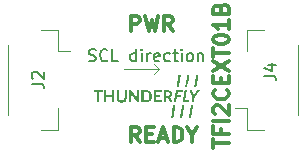
<source format=gbr>
%TF.GenerationSoftware,KiCad,Pcbnew,7.0.7-7.0.7~ubuntu23.04.1*%
%TF.CreationDate,2023-09-27T16:14:13+00:00*%
%TF.ProjectId,TFI2CEXT01,54464932-4345-4585-9430-312e6b696361,REV*%
%TF.SameCoordinates,PX78dfd90PY8290510*%
%TF.FileFunction,Legend,Top*%
%TF.FilePolarity,Positive*%
%FSLAX46Y46*%
G04 Gerber Fmt 4.6, Leading zero omitted, Abs format (unit mm)*
G04 Created by KiCad (PCBNEW 7.0.7-7.0.7~ubuntu23.04.1) date 2023-09-27 16:14:13*
%MOMM*%
%LPD*%
G01*
G04 APERTURE LIST*
%ADD10C,0.120000*%
%ADD11C,0.300000*%
%ADD12C,0.150000*%
G04 APERTURE END LIST*
D10*
X-113690400Y145275300D02*
X-114122200Y144843500D01*
X-113690400Y145288000D02*
X-114122200Y145719800D01*
X-116687600Y145288000D02*
X-113690400Y145288000D01*
D11*
X-116079109Y148512195D02*
X-116079109Y149812195D01*
X-116079109Y149812195D02*
X-115583871Y149812195D01*
X-115583871Y149812195D02*
X-115460061Y149750290D01*
X-115460061Y149750290D02*
X-115398156Y149688385D01*
X-115398156Y149688385D02*
X-115336252Y149564576D01*
X-115336252Y149564576D02*
X-115336252Y149378861D01*
X-115336252Y149378861D02*
X-115398156Y149255052D01*
X-115398156Y149255052D02*
X-115460061Y149193147D01*
X-115460061Y149193147D02*
X-115583871Y149131242D01*
X-115583871Y149131242D02*
X-116079109Y149131242D01*
X-114902918Y149812195D02*
X-114593394Y148512195D01*
X-114593394Y148512195D02*
X-114345775Y149440766D01*
X-114345775Y149440766D02*
X-114098156Y148512195D01*
X-114098156Y148512195D02*
X-113788632Y149812195D01*
X-112550538Y148512195D02*
X-112983871Y149131242D01*
X-113293395Y148512195D02*
X-113293395Y149812195D01*
X-113293395Y149812195D02*
X-112798157Y149812195D01*
X-112798157Y149812195D02*
X-112674347Y149750290D01*
X-112674347Y149750290D02*
X-112612442Y149688385D01*
X-112612442Y149688385D02*
X-112550538Y149564576D01*
X-112550538Y149564576D02*
X-112550538Y149378861D01*
X-112550538Y149378861D02*
X-112612442Y149255052D01*
X-112612442Y149255052D02*
X-112674347Y149193147D01*
X-112674347Y149193147D02*
X-112798157Y149131242D01*
X-112798157Y149131242D02*
X-113293395Y149131242D01*
X-115336252Y139114195D02*
X-115769585Y139733242D01*
X-116079109Y139114195D02*
X-116079109Y140414195D01*
X-116079109Y140414195D02*
X-115583871Y140414195D01*
X-115583871Y140414195D02*
X-115460061Y140352290D01*
X-115460061Y140352290D02*
X-115398156Y140290385D01*
X-115398156Y140290385D02*
X-115336252Y140166576D01*
X-115336252Y140166576D02*
X-115336252Y139980861D01*
X-115336252Y139980861D02*
X-115398156Y139857052D01*
X-115398156Y139857052D02*
X-115460061Y139795147D01*
X-115460061Y139795147D02*
X-115583871Y139733242D01*
X-115583871Y139733242D02*
X-116079109Y139733242D01*
X-114779109Y139795147D02*
X-114345775Y139795147D01*
X-114160061Y139114195D02*
X-114779109Y139114195D01*
X-114779109Y139114195D02*
X-114779109Y140414195D01*
X-114779109Y140414195D02*
X-114160061Y140414195D01*
X-113664823Y139485623D02*
X-113045776Y139485623D01*
X-113788633Y139114195D02*
X-113355300Y140414195D01*
X-113355300Y140414195D02*
X-112921966Y139114195D01*
X-112488633Y139114195D02*
X-112488633Y140414195D01*
X-112488633Y140414195D02*
X-112179109Y140414195D01*
X-112179109Y140414195D02*
X-111993395Y140352290D01*
X-111993395Y140352290D02*
X-111869585Y140228480D01*
X-111869585Y140228480D02*
X-111807680Y140104671D01*
X-111807680Y140104671D02*
X-111745776Y139857052D01*
X-111745776Y139857052D02*
X-111745776Y139671338D01*
X-111745776Y139671338D02*
X-111807680Y139423719D01*
X-111807680Y139423719D02*
X-111869585Y139299909D01*
X-111869585Y139299909D02*
X-111993395Y139176100D01*
X-111993395Y139176100D02*
X-112179109Y139114195D01*
X-112179109Y139114195D02*
X-112488633Y139114195D01*
X-110941014Y139733242D02*
X-110941014Y139114195D01*
X-111374347Y140414195D02*
X-110941014Y139733242D01*
X-110941014Y139733242D02*
X-110507680Y140414195D01*
D12*
X-119665143Y146023800D02*
X-119522286Y145976180D01*
X-119522286Y145976180D02*
X-119284191Y145976180D01*
X-119284191Y145976180D02*
X-119188953Y146023800D01*
X-119188953Y146023800D02*
X-119141334Y146071419D01*
X-119141334Y146071419D02*
X-119093715Y146166657D01*
X-119093715Y146166657D02*
X-119093715Y146261895D01*
X-119093715Y146261895D02*
X-119141334Y146357133D01*
X-119141334Y146357133D02*
X-119188953Y146404752D01*
X-119188953Y146404752D02*
X-119284191Y146452371D01*
X-119284191Y146452371D02*
X-119474667Y146499990D01*
X-119474667Y146499990D02*
X-119569905Y146547609D01*
X-119569905Y146547609D02*
X-119617524Y146595228D01*
X-119617524Y146595228D02*
X-119665143Y146690466D01*
X-119665143Y146690466D02*
X-119665143Y146785704D01*
X-119665143Y146785704D02*
X-119617524Y146880942D01*
X-119617524Y146880942D02*
X-119569905Y146928561D01*
X-119569905Y146928561D02*
X-119474667Y146976180D01*
X-119474667Y146976180D02*
X-119236572Y146976180D01*
X-119236572Y146976180D02*
X-119093715Y146928561D01*
X-118093715Y146071419D02*
X-118141334Y146023800D01*
X-118141334Y146023800D02*
X-118284191Y145976180D01*
X-118284191Y145976180D02*
X-118379429Y145976180D01*
X-118379429Y145976180D02*
X-118522286Y146023800D01*
X-118522286Y146023800D02*
X-118617524Y146119038D01*
X-118617524Y146119038D02*
X-118665143Y146214276D01*
X-118665143Y146214276D02*
X-118712762Y146404752D01*
X-118712762Y146404752D02*
X-118712762Y146547609D01*
X-118712762Y146547609D02*
X-118665143Y146738085D01*
X-118665143Y146738085D02*
X-118617524Y146833323D01*
X-118617524Y146833323D02*
X-118522286Y146928561D01*
X-118522286Y146928561D02*
X-118379429Y146976180D01*
X-118379429Y146976180D02*
X-118284191Y146976180D01*
X-118284191Y146976180D02*
X-118141334Y146928561D01*
X-118141334Y146928561D02*
X-118093715Y146880942D01*
X-117188953Y145976180D02*
X-117665143Y145976180D01*
X-117665143Y145976180D02*
X-117665143Y146976180D01*
X-115665143Y145976180D02*
X-115665143Y146976180D01*
X-115665143Y146023800D02*
X-115760381Y145976180D01*
X-115760381Y145976180D02*
X-115950857Y145976180D01*
X-115950857Y145976180D02*
X-116046095Y146023800D01*
X-116046095Y146023800D02*
X-116093714Y146071419D01*
X-116093714Y146071419D02*
X-116141333Y146166657D01*
X-116141333Y146166657D02*
X-116141333Y146452371D01*
X-116141333Y146452371D02*
X-116093714Y146547609D01*
X-116093714Y146547609D02*
X-116046095Y146595228D01*
X-116046095Y146595228D02*
X-115950857Y146642847D01*
X-115950857Y146642847D02*
X-115760381Y146642847D01*
X-115760381Y146642847D02*
X-115665143Y146595228D01*
X-115188952Y145976180D02*
X-115188952Y146642847D01*
X-115188952Y146976180D02*
X-115236571Y146928561D01*
X-115236571Y146928561D02*
X-115188952Y146880942D01*
X-115188952Y146880942D02*
X-115141333Y146928561D01*
X-115141333Y146928561D02*
X-115188952Y146976180D01*
X-115188952Y146976180D02*
X-115188952Y146880942D01*
X-114712762Y145976180D02*
X-114712762Y146642847D01*
X-114712762Y146452371D02*
X-114665143Y146547609D01*
X-114665143Y146547609D02*
X-114617524Y146595228D01*
X-114617524Y146595228D02*
X-114522286Y146642847D01*
X-114522286Y146642847D02*
X-114427048Y146642847D01*
X-113712762Y146023800D02*
X-113808000Y145976180D01*
X-113808000Y145976180D02*
X-113998476Y145976180D01*
X-113998476Y145976180D02*
X-114093714Y146023800D01*
X-114093714Y146023800D02*
X-114141333Y146119038D01*
X-114141333Y146119038D02*
X-114141333Y146499990D01*
X-114141333Y146499990D02*
X-114093714Y146595228D01*
X-114093714Y146595228D02*
X-113998476Y146642847D01*
X-113998476Y146642847D02*
X-113808000Y146642847D01*
X-113808000Y146642847D02*
X-113712762Y146595228D01*
X-113712762Y146595228D02*
X-113665143Y146499990D01*
X-113665143Y146499990D02*
X-113665143Y146404752D01*
X-113665143Y146404752D02*
X-114141333Y146309514D01*
X-112808000Y146023800D02*
X-112903238Y145976180D01*
X-112903238Y145976180D02*
X-113093714Y145976180D01*
X-113093714Y145976180D02*
X-113188952Y146023800D01*
X-113188952Y146023800D02*
X-113236571Y146071419D01*
X-113236571Y146071419D02*
X-113284190Y146166657D01*
X-113284190Y146166657D02*
X-113284190Y146452371D01*
X-113284190Y146452371D02*
X-113236571Y146547609D01*
X-113236571Y146547609D02*
X-113188952Y146595228D01*
X-113188952Y146595228D02*
X-113093714Y146642847D01*
X-113093714Y146642847D02*
X-112903238Y146642847D01*
X-112903238Y146642847D02*
X-112808000Y146595228D01*
X-112522285Y146642847D02*
X-112141333Y146642847D01*
X-112379428Y146976180D02*
X-112379428Y146119038D01*
X-112379428Y146119038D02*
X-112331809Y146023800D01*
X-112331809Y146023800D02*
X-112236571Y145976180D01*
X-112236571Y145976180D02*
X-112141333Y145976180D01*
X-111807999Y145976180D02*
X-111807999Y146642847D01*
X-111807999Y146976180D02*
X-111855618Y146928561D01*
X-111855618Y146928561D02*
X-111807999Y146880942D01*
X-111807999Y146880942D02*
X-111760380Y146928561D01*
X-111760380Y146928561D02*
X-111807999Y146976180D01*
X-111807999Y146976180D02*
X-111807999Y146880942D01*
X-111188952Y145976180D02*
X-111284190Y146023800D01*
X-111284190Y146023800D02*
X-111331809Y146071419D01*
X-111331809Y146071419D02*
X-111379428Y146166657D01*
X-111379428Y146166657D02*
X-111379428Y146452371D01*
X-111379428Y146452371D02*
X-111331809Y146547609D01*
X-111331809Y146547609D02*
X-111284190Y146595228D01*
X-111284190Y146595228D02*
X-111188952Y146642847D01*
X-111188952Y146642847D02*
X-111046095Y146642847D01*
X-111046095Y146642847D02*
X-110950857Y146595228D01*
X-110950857Y146595228D02*
X-110903238Y146547609D01*
X-110903238Y146547609D02*
X-110855619Y146452371D01*
X-110855619Y146452371D02*
X-110855619Y146166657D01*
X-110855619Y146166657D02*
X-110903238Y146071419D01*
X-110903238Y146071419D02*
X-110950857Y146023800D01*
X-110950857Y146023800D02*
X-111046095Y145976180D01*
X-111046095Y145976180D02*
X-111188952Y145976180D01*
X-110427047Y146642847D02*
X-110427047Y145976180D01*
X-110427047Y146547609D02*
X-110379428Y146595228D01*
X-110379428Y146595228D02*
X-110284190Y146642847D01*
X-110284190Y146642847D02*
X-110141333Y146642847D01*
X-110141333Y146642847D02*
X-110046095Y146595228D01*
X-110046095Y146595228D02*
X-109998476Y146499990D01*
X-109998476Y146499990D02*
X-109998476Y145976180D01*
D11*
X-109121396Y138656981D02*
X-109121396Y139399838D01*
X-107821396Y139028410D02*
X-109121396Y139028410D01*
X-108502348Y140266505D02*
X-108502348Y139833171D01*
X-107821396Y139833171D02*
X-109121396Y139833171D01*
X-109121396Y139833171D02*
X-109121396Y140452219D01*
X-107821396Y140947457D02*
X-109121396Y140947457D01*
X-108997586Y141504601D02*
X-109059491Y141566505D01*
X-109059491Y141566505D02*
X-109121396Y141690315D01*
X-109121396Y141690315D02*
X-109121396Y141999839D01*
X-109121396Y141999839D02*
X-109059491Y142123648D01*
X-109059491Y142123648D02*
X-108997586Y142185553D01*
X-108997586Y142185553D02*
X-108873777Y142247458D01*
X-108873777Y142247458D02*
X-108749967Y142247458D01*
X-108749967Y142247458D02*
X-108564253Y142185553D01*
X-108564253Y142185553D02*
X-107821396Y141442696D01*
X-107821396Y141442696D02*
X-107821396Y142247458D01*
X-107945205Y143547457D02*
X-107883300Y143485553D01*
X-107883300Y143485553D02*
X-107821396Y143299838D01*
X-107821396Y143299838D02*
X-107821396Y143176029D01*
X-107821396Y143176029D02*
X-107883300Y142990315D01*
X-107883300Y142990315D02*
X-108007110Y142866505D01*
X-108007110Y142866505D02*
X-108130920Y142804600D01*
X-108130920Y142804600D02*
X-108378539Y142742696D01*
X-108378539Y142742696D02*
X-108564253Y142742696D01*
X-108564253Y142742696D02*
X-108811872Y142804600D01*
X-108811872Y142804600D02*
X-108935681Y142866505D01*
X-108935681Y142866505D02*
X-109059491Y142990315D01*
X-109059491Y142990315D02*
X-109121396Y143176029D01*
X-109121396Y143176029D02*
X-109121396Y143299838D01*
X-109121396Y143299838D02*
X-109059491Y143485553D01*
X-109059491Y143485553D02*
X-108997586Y143547457D01*
X-108502348Y144104600D02*
X-108502348Y144537934D01*
X-107821396Y144723648D02*
X-107821396Y144104600D01*
X-107821396Y144104600D02*
X-109121396Y144104600D01*
X-109121396Y144104600D02*
X-109121396Y144723648D01*
X-109121396Y145156981D02*
X-107821396Y146023647D01*
X-109121396Y146023647D02*
X-107821396Y145156981D01*
X-109121396Y146333171D02*
X-109121396Y147076028D01*
X-107821396Y146704600D02*
X-109121396Y146704600D01*
X-109121396Y147756980D02*
X-109121396Y147880790D01*
X-109121396Y147880790D02*
X-109059491Y148004599D01*
X-109059491Y148004599D02*
X-108997586Y148066504D01*
X-108997586Y148066504D02*
X-108873777Y148128409D01*
X-108873777Y148128409D02*
X-108626158Y148190314D01*
X-108626158Y148190314D02*
X-108316634Y148190314D01*
X-108316634Y148190314D02*
X-108069015Y148128409D01*
X-108069015Y148128409D02*
X-107945205Y148066504D01*
X-107945205Y148066504D02*
X-107883300Y148004599D01*
X-107883300Y148004599D02*
X-107821396Y147880790D01*
X-107821396Y147880790D02*
X-107821396Y147756980D01*
X-107821396Y147756980D02*
X-107883300Y147633171D01*
X-107883300Y147633171D02*
X-107945205Y147571266D01*
X-107945205Y147571266D02*
X-108069015Y147509361D01*
X-108069015Y147509361D02*
X-108316634Y147447457D01*
X-108316634Y147447457D02*
X-108626158Y147447457D01*
X-108626158Y147447457D02*
X-108873777Y147509361D01*
X-108873777Y147509361D02*
X-108997586Y147571266D01*
X-108997586Y147571266D02*
X-109059491Y147633171D01*
X-109059491Y147633171D02*
X-109121396Y147756980D01*
X-107821396Y149428409D02*
X-107821396Y148685552D01*
X-107821396Y149056980D02*
X-109121396Y149056980D01*
X-109121396Y149056980D02*
X-108935681Y148933171D01*
X-108935681Y148933171D02*
X-108811872Y148809361D01*
X-108811872Y148809361D02*
X-108749967Y148685552D01*
X-108502348Y150418885D02*
X-108440443Y150604599D01*
X-108440443Y150604599D02*
X-108378539Y150666504D01*
X-108378539Y150666504D02*
X-108254729Y150728408D01*
X-108254729Y150728408D02*
X-108069015Y150728408D01*
X-108069015Y150728408D02*
X-107945205Y150666504D01*
X-107945205Y150666504D02*
X-107883300Y150604599D01*
X-107883300Y150604599D02*
X-107821396Y150480789D01*
X-107821396Y150480789D02*
X-107821396Y149985551D01*
X-107821396Y149985551D02*
X-109121396Y149985551D01*
X-109121396Y149985551D02*
X-109121396Y150418885D01*
X-109121396Y150418885D02*
X-109059491Y150542694D01*
X-109059491Y150542694D02*
X-108997586Y150604599D01*
X-108997586Y150604599D02*
X-108873777Y150666504D01*
X-108873777Y150666504D02*
X-108749967Y150666504D01*
X-108749967Y150666504D02*
X-108626158Y150604599D01*
X-108626158Y150604599D02*
X-108564253Y150542694D01*
X-108564253Y150542694D02*
X-108502348Y150418885D01*
X-108502348Y150418885D02*
X-108502348Y149985551D01*
D12*
X-124497181Y144065666D02*
X-123782896Y144065666D01*
X-123782896Y144065666D02*
X-123640039Y144018047D01*
X-123640039Y144018047D02*
X-123544800Y143922809D01*
X-123544800Y143922809D02*
X-123497181Y143779952D01*
X-123497181Y143779952D02*
X-123497181Y143684714D01*
X-124401943Y144494238D02*
X-124449562Y144541857D01*
X-124449562Y144541857D02*
X-124497181Y144637095D01*
X-124497181Y144637095D02*
X-124497181Y144875190D01*
X-124497181Y144875190D02*
X-124449562Y144970428D01*
X-124449562Y144970428D02*
X-124401943Y145018047D01*
X-124401943Y145018047D02*
X-124306705Y145065666D01*
X-124306705Y145065666D02*
X-124211467Y145065666D01*
X-124211467Y145065666D02*
X-124068610Y145018047D01*
X-124068610Y145018047D02*
X-123497181Y144446619D01*
X-123497181Y144446619D02*
X-123497181Y145065666D01*
X-104812181Y144751466D02*
X-104097896Y144751466D01*
X-104097896Y144751466D02*
X-103955039Y144703847D01*
X-103955039Y144703847D02*
X-103859800Y144608609D01*
X-103859800Y144608609D02*
X-103812181Y144465752D01*
X-103812181Y144465752D02*
X-103812181Y144370514D01*
X-104478848Y145656228D02*
X-103812181Y145656228D01*
X-104859800Y145418133D02*
X-104145515Y145180038D01*
X-104145515Y145180038D02*
X-104145515Y145799085D01*
%TO.C,G1*%
G36*
X-118467489Y143336469D02*
G01*
X-118762609Y143336469D01*
X-118762609Y142483900D01*
X-118952797Y142483900D01*
X-118952797Y143336469D01*
X-119247917Y143336469D01*
X-119247917Y143520099D01*
X-118467489Y143520099D01*
X-118467489Y143336469D01*
G37*
G36*
X-118172369Y143113490D02*
G01*
X-117693619Y143113490D01*
X-117693619Y143520099D01*
X-117503430Y143520099D01*
X-117503430Y142483900D01*
X-117693619Y142483900D01*
X-117693619Y142929859D01*
X-118172369Y142929859D01*
X-118172369Y142483900D01*
X-118362557Y142483900D01*
X-118362557Y143520099D01*
X-118172369Y143520099D01*
X-118172369Y143113490D01*
G37*
G36*
X-113502914Y143336469D02*
G01*
X-113975106Y143336469D01*
X-113975106Y143113490D01*
X-113614403Y143113490D01*
X-113614403Y142929859D01*
X-113975106Y142929859D01*
X-113975106Y142667530D01*
X-113489797Y142667530D01*
X-113489797Y142483900D01*
X-114171852Y142483900D01*
X-114171852Y143520099D01*
X-113502914Y143520099D01*
X-113502914Y143336469D01*
G37*
G36*
X-115841642Y143187270D02*
G01*
X-115621263Y142854440D01*
X-115621242Y143187270D01*
X-115621220Y143520099D01*
X-115431031Y143520099D01*
X-115431031Y142483900D01*
X-115586302Y142483900D01*
X-115823454Y142839684D01*
X-116060606Y143195467D01*
X-116060614Y142839684D01*
X-116060621Y142483900D01*
X-116250809Y142483900D01*
X-116250809Y143520099D01*
X-116062021Y143520099D01*
X-115841642Y143187270D01*
G37*
G36*
X-112382735Y142234343D02*
G01*
X-112354883Y142233267D01*
X-112337651Y142231342D01*
X-112329797Y142228462D01*
X-112328992Y142226806D01*
X-112330102Y142219245D01*
X-112333317Y142199766D01*
X-112338464Y142169369D01*
X-112345371Y142129053D01*
X-112353863Y142079819D01*
X-112363769Y142022665D01*
X-112374915Y141958592D01*
X-112387128Y141888599D01*
X-112400236Y141813684D01*
X-112414065Y141734849D01*
X-112417528Y141715142D01*
X-112431502Y141635544D01*
X-112444798Y141559656D01*
X-112457242Y141488472D01*
X-112468662Y141422989D01*
X-112478885Y141364203D01*
X-112487738Y141313109D01*
X-112495048Y141270703D01*
X-112500643Y141237980D01*
X-112504349Y141215938D01*
X-112505995Y141205571D01*
X-112506064Y141204923D01*
X-112512382Y141202350D01*
X-112530395Y141200359D01*
X-112558691Y141199043D01*
X-112595858Y141198498D01*
X-112601978Y141198488D01*
X-112697892Y141198488D01*
X-112694487Y141216523D01*
X-112692835Y141225734D01*
X-112689102Y141246834D01*
X-112683469Y141278793D01*
X-112676118Y141320579D01*
X-112667229Y141371161D01*
X-112656984Y141429510D01*
X-112645564Y141494593D01*
X-112633149Y141565380D01*
X-112619921Y141640841D01*
X-112606060Y141719944D01*
X-112603492Y141734609D01*
X-112515901Y142234659D01*
X-112422446Y142234673D01*
X-112382735Y142234343D01*
G37*
G36*
X-111136613Y144794034D02*
G01*
X-111138154Y144784833D01*
X-111141782Y144763739D01*
X-111147320Y144731781D01*
X-111154586Y144689985D01*
X-111163403Y144639378D01*
X-111173592Y144580987D01*
X-111184972Y144515839D01*
X-111197366Y144444962D01*
X-111210593Y144369382D01*
X-111224475Y144290127D01*
X-111227533Y144272679D01*
X-111315746Y143769359D01*
X-111409201Y143769335D01*
X-111447533Y143769585D01*
X-111474400Y143770456D01*
X-111491445Y143772101D01*
X-111500311Y143774674D01*
X-111502655Y143777993D01*
X-111501543Y143785855D01*
X-111498349Y143805425D01*
X-111493282Y143835499D01*
X-111486555Y143874876D01*
X-111478379Y143922351D01*
X-111468966Y143976722D01*
X-111458526Y144036787D01*
X-111447271Y144101341D01*
X-111435413Y144169181D01*
X-111423162Y144239106D01*
X-111410730Y144309911D01*
X-111398328Y144380394D01*
X-111386169Y144449352D01*
X-111374462Y144515581D01*
X-111363419Y144577879D01*
X-111353252Y144635043D01*
X-111344172Y144685869D01*
X-111336391Y144729155D01*
X-111330119Y144763697D01*
X-111325568Y144788293D01*
X-111322949Y144801739D01*
X-111322444Y144803872D01*
X-111317192Y144807382D01*
X-111303522Y144809830D01*
X-111280070Y144811332D01*
X-111245472Y144812006D01*
X-111226672Y144812069D01*
X-111133906Y144812069D01*
X-111136613Y144794034D01*
G37*
G36*
X-111879659Y144797313D02*
G01*
X-111881318Y144788607D01*
X-111885047Y144768015D01*
X-111890663Y144736571D01*
X-111897984Y144695311D01*
X-111906828Y144645270D01*
X-111917011Y144587483D01*
X-111928351Y144522985D01*
X-111940666Y144452811D01*
X-111953772Y144377996D01*
X-111967488Y144299575D01*
X-111968467Y144293970D01*
X-111982231Y144215236D01*
X-111995403Y144139961D01*
X-112007800Y144069188D01*
X-112019238Y144003962D01*
X-112029533Y143945327D01*
X-112038503Y143894326D01*
X-112045963Y143852005D01*
X-112051730Y143819407D01*
X-112055621Y143797577D01*
X-112057452Y143787558D01*
X-112057494Y143787347D01*
X-112061147Y143769312D01*
X-112251715Y143769312D01*
X-112248159Y143784068D01*
X-112246471Y143792813D01*
X-112242717Y143813425D01*
X-112237083Y143844849D01*
X-112229756Y143886033D01*
X-112220921Y143935920D01*
X-112210766Y143993457D01*
X-112199477Y144057590D01*
X-112187240Y144127263D01*
X-112174241Y144201423D01*
X-112162066Y144271016D01*
X-112148435Y144348930D01*
X-112135319Y144423770D01*
X-112122913Y144494424D01*
X-112111416Y144559780D01*
X-112101022Y144618725D01*
X-112091928Y144670146D01*
X-112084331Y144712932D01*
X-112078428Y144745969D01*
X-112074413Y144768146D01*
X-112072630Y144777639D01*
X-112065733Y144812069D01*
X-111876224Y144812069D01*
X-111879659Y144797313D01*
G37*
G36*
X-110864434Y142233774D02*
G01*
X-110847948Y142232892D01*
X-110838650Y142230970D01*
X-110834566Y142227805D01*
X-110833717Y142223657D01*
X-110834830Y142215530D01*
X-110838053Y142195496D01*
X-110843213Y142164565D01*
X-110850137Y142123745D01*
X-110858649Y142074047D01*
X-110868578Y142016478D01*
X-110879748Y141952050D01*
X-110891987Y141881770D01*
X-110905121Y141806648D01*
X-110918977Y141727693D01*
X-110922253Y141709066D01*
X-110936227Y141629597D01*
X-110949522Y141553898D01*
X-110961966Y141482958D01*
X-110973386Y141417765D01*
X-110983609Y141359310D01*
X-110992462Y141308581D01*
X-110999772Y141266569D01*
X-111005367Y141234261D01*
X-111009074Y141212647D01*
X-111010719Y141202717D01*
X-111010789Y141202178D01*
X-111016962Y141200873D01*
X-111033946Y141199771D01*
X-111059435Y141198961D01*
X-111091123Y141198533D01*
X-111105883Y141198488D01*
X-111139471Y141198807D01*
X-111167808Y141199685D01*
X-111188598Y141201003D01*
X-111199545Y141202641D01*
X-111200656Y141203407D01*
X-111199493Y141210487D01*
X-111196223Y141229500D01*
X-111191018Y141259461D01*
X-111184051Y141299388D01*
X-111175494Y141348295D01*
X-111165519Y141405198D01*
X-111154298Y141469114D01*
X-111142005Y141539058D01*
X-111128811Y141614047D01*
X-111114890Y141693097D01*
X-111110172Y141719867D01*
X-111020010Y142231409D01*
X-110926863Y142233228D01*
X-110890081Y142233819D01*
X-110864434Y142233774D01*
G37*
G36*
X-111583489Y142219932D02*
G01*
X-111585166Y142211233D01*
X-111588916Y142190645D01*
X-111594554Y142159198D01*
X-111601900Y142117924D01*
X-111610771Y142067853D01*
X-111620983Y142010019D01*
X-111632356Y141945451D01*
X-111644706Y141875181D01*
X-111657852Y141800241D01*
X-111671610Y141721661D01*
X-111673071Y141713309D01*
X-111686871Y141634508D01*
X-111700073Y141559313D01*
X-111712497Y141488746D01*
X-111723961Y141423830D01*
X-111734283Y141365587D01*
X-111743281Y141315040D01*
X-111750774Y141273211D01*
X-111756581Y141241122D01*
X-111760519Y141219795D01*
X-111762407Y141210254D01*
X-111762482Y141209965D01*
X-111765054Y141205428D01*
X-111770995Y141202261D01*
X-111782338Y141200223D01*
X-111801116Y141199075D01*
X-111829361Y141198578D01*
X-111859907Y141198488D01*
X-111896796Y141198608D01*
X-111922476Y141199126D01*
X-111938855Y141200284D01*
X-111947840Y141202319D01*
X-111951337Y141205472D01*
X-111951257Y141209965D01*
X-111949720Y141218134D01*
X-111946111Y141238198D01*
X-111940609Y141269132D01*
X-111933396Y141309909D01*
X-111924652Y141359503D01*
X-111914557Y141416888D01*
X-111903294Y141481039D01*
X-111891041Y141550929D01*
X-111877980Y141625532D01*
X-111864292Y141703822D01*
X-111863207Y141710030D01*
X-111849445Y141788764D01*
X-111836274Y141864039D01*
X-111823877Y141934812D01*
X-111812440Y142000038D01*
X-111802144Y142058674D01*
X-111793173Y142109674D01*
X-111785712Y142151995D01*
X-111779942Y142184593D01*
X-111776049Y142206423D01*
X-111774215Y142216442D01*
X-111774173Y142216653D01*
X-111770500Y142234688D01*
X-111579932Y142234688D01*
X-111583489Y142219932D01*
G37*
G36*
X-111463433Y143518838D02*
G01*
X-111452440Y143518645D01*
X-111361060Y143516820D01*
X-111431242Y143116769D01*
X-111443769Y143045333D01*
X-111455707Y142977193D01*
X-111466849Y142913540D01*
X-111476987Y142855565D01*
X-111485912Y142804458D01*
X-111493417Y142761410D01*
X-111499294Y142727612D01*
X-111503334Y142704255D01*
X-111505331Y142692529D01*
X-111505397Y142692124D01*
X-111509369Y142667530D01*
X-111332219Y142667530D01*
X-111279137Y142667467D01*
X-111237746Y142667218D01*
X-111206620Y142666698D01*
X-111184333Y142665821D01*
X-111169460Y142664501D01*
X-111160576Y142662651D01*
X-111156255Y142660185D01*
X-111155072Y142657018D01*
X-111155070Y142656827D01*
X-111156167Y142646503D01*
X-111159158Y142626158D01*
X-111163595Y142598676D01*
X-111169028Y142566941D01*
X-111169367Y142565011D01*
X-111183665Y142483900D01*
X-111457929Y142483900D01*
X-111516464Y142483938D01*
X-111570718Y142484046D01*
X-111619335Y142484216D01*
X-111660960Y142484441D01*
X-111694235Y142484711D01*
X-111717804Y142485019D01*
X-111730310Y142485357D01*
X-111731992Y142485540D01*
X-111730280Y142496623D01*
X-111726520Y142519000D01*
X-111720925Y142551487D01*
X-111713706Y142592901D01*
X-111705076Y142642057D01*
X-111695245Y142697771D01*
X-111684426Y142758860D01*
X-111672831Y142824139D01*
X-111660671Y142892425D01*
X-111648159Y142962533D01*
X-111635506Y143033280D01*
X-111622924Y143103481D01*
X-111610625Y143171953D01*
X-111598821Y143237511D01*
X-111587724Y143298972D01*
X-111577545Y143355152D01*
X-111568496Y143404867D01*
X-111560790Y143446932D01*
X-111554637Y143480165D01*
X-111550251Y143503380D01*
X-111547842Y143515394D01*
X-111547460Y143516830D01*
X-111539927Y143518022D01*
X-111521760Y143518786D01*
X-111495436Y143519074D01*
X-111463433Y143518838D01*
G37*
G36*
X-110442079Y144811891D02*
G01*
X-110413825Y144811400D01*
X-110393114Y144810664D01*
X-110382262Y144809749D01*
X-110381199Y144809341D01*
X-110382306Y144802361D01*
X-110385487Y144783658D01*
X-110390533Y144754425D01*
X-110397233Y144715853D01*
X-110405378Y144669137D01*
X-110414758Y144615467D01*
X-110425163Y144556038D01*
X-110436383Y144492041D01*
X-110448208Y144424670D01*
X-110460429Y144355117D01*
X-110472836Y144284575D01*
X-110485219Y144214237D01*
X-110497368Y144145295D01*
X-110509073Y144078941D01*
X-110520125Y144016370D01*
X-110530314Y143958772D01*
X-110539429Y143907342D01*
X-110547261Y143863271D01*
X-110553600Y143827753D01*
X-110558237Y143801980D01*
X-110560961Y143787144D01*
X-110561571Y143784068D01*
X-110563414Y143778300D01*
X-110567119Y143774273D01*
X-110574758Y143771673D01*
X-110588401Y143770190D01*
X-110610122Y143769510D01*
X-110641991Y143769320D01*
X-110659435Y143769312D01*
X-110696396Y143769431D01*
X-110722145Y143769947D01*
X-110738587Y143771098D01*
X-110747626Y143773123D01*
X-110751166Y143776260D01*
X-110751111Y143780748D01*
X-110751102Y143780789D01*
X-110749564Y143788957D01*
X-110745952Y143809021D01*
X-110740447Y143839954D01*
X-110733229Y143880730D01*
X-110724479Y143930323D01*
X-110714378Y143987708D01*
X-110703106Y144051857D01*
X-110690845Y144121746D01*
X-110677775Y144196348D01*
X-110664078Y144274637D01*
X-110662991Y144280853D01*
X-110649207Y144359686D01*
X-110636012Y144435135D01*
X-110623591Y144506148D01*
X-110612127Y144571671D01*
X-110601806Y144630650D01*
X-110592812Y144682034D01*
X-110585328Y144724768D01*
X-110579540Y144757800D01*
X-110575631Y144780075D01*
X-110573786Y144790542D01*
X-110573748Y144790755D01*
X-110569928Y144812069D01*
X-110475564Y144812069D01*
X-110442079Y144811891D01*
G37*
G36*
X-114970316Y143518366D02*
G01*
X-114901921Y143517595D01*
X-114845049Y143516736D01*
X-114798107Y143515566D01*
X-114759504Y143513860D01*
X-114727646Y143511395D01*
X-114700942Y143507944D01*
X-114677798Y143503285D01*
X-114656623Y143497193D01*
X-114635823Y143489443D01*
X-114613807Y143479811D01*
X-114588981Y143468072D01*
X-114578905Y143463218D01*
X-114547024Y143446855D01*
X-114521218Y143430729D01*
X-114497024Y143411610D01*
X-114469976Y143386270D01*
X-114463225Y143379566D01*
X-114436077Y143351279D01*
X-114415857Y143326820D01*
X-114399334Y143301720D01*
X-114383276Y143271511D01*
X-114379558Y143263886D01*
X-114361481Y143224943D01*
X-114347962Y143191274D01*
X-114338362Y143159730D01*
X-114332040Y143127160D01*
X-114328354Y143090412D01*
X-114326665Y143046336D01*
X-114326321Y143002000D01*
X-114326849Y142949240D01*
X-114328859Y142906449D01*
X-114332993Y142870506D01*
X-114339891Y142838292D01*
X-114350194Y142806685D01*
X-114364544Y142772565D01*
X-114380197Y142739671D01*
X-114418814Y142675641D01*
X-114467510Y142619409D01*
X-114525149Y142571973D01*
X-114590595Y142534328D01*
X-114634865Y142516247D01*
X-114659710Y142507988D01*
X-114683491Y142501245D01*
X-114707880Y142495870D01*
X-114734548Y142491711D01*
X-114765165Y142488620D01*
X-114801402Y142486447D01*
X-114844931Y142485041D01*
X-114897421Y142484252D01*
X-114960545Y142483932D01*
X-114995486Y142483900D01*
X-115221168Y142483900D01*
X-115221168Y143350487D01*
X-115030980Y143350487D01*
X-115030980Y142653323D01*
X-114885059Y142655508D01*
X-114739139Y142657693D01*
X-114695194Y142678511D01*
X-114644828Y142709006D01*
X-114603706Y142748459D01*
X-114571757Y142797005D01*
X-114548915Y142854779D01*
X-114535109Y142921915D01*
X-114530272Y142998549D01*
X-114530264Y143002000D01*
X-114534724Y143079038D01*
X-114548149Y143146573D01*
X-114570608Y143204740D01*
X-114602170Y143253674D01*
X-114642903Y143293508D01*
X-114692877Y143324379D01*
X-114695194Y143325488D01*
X-114739139Y143346307D01*
X-114885059Y143348397D01*
X-115030980Y143350487D01*
X-115221168Y143350487D01*
X-115221168Y143521063D01*
X-114970316Y143518366D01*
G37*
G36*
X-113052221Y143520041D02*
G01*
X-113002185Y143519815D01*
X-112962015Y143519344D01*
X-112930089Y143518550D01*
X-112904780Y143517356D01*
X-112884464Y143515683D01*
X-112867518Y143513456D01*
X-112852315Y143510595D01*
X-112837232Y143507024D01*
X-112836663Y143506879D01*
X-112772363Y143485296D01*
X-112718617Y143455941D01*
X-112675326Y143418688D01*
X-112642393Y143373411D01*
X-112619721Y143319982D01*
X-112607210Y143258277D01*
X-112604437Y143206914D01*
X-112609194Y143140888D01*
X-112623756Y143083140D01*
X-112648558Y143032772D01*
X-112684036Y142988883D01*
X-112727391Y142952813D01*
X-112748466Y142937567D01*
X-112764711Y142924889D01*
X-112773628Y142916769D01*
X-112774584Y142915219D01*
X-112771687Y142908642D01*
X-112763384Y142892083D01*
X-112750502Y142867102D01*
X-112733870Y142835259D01*
X-112714315Y142798114D01*
X-112692664Y142757225D01*
X-112669744Y142714152D01*
X-112646384Y142670455D01*
X-112623411Y142627693D01*
X-112601652Y142587425D01*
X-112581935Y142551212D01*
X-112567458Y142524889D01*
X-112544771Y142483900D01*
X-112651663Y142484039D01*
X-112758555Y142484177D01*
X-112857989Y142675867D01*
X-112957422Y142867556D01*
X-113148770Y142871186D01*
X-113148770Y142483900D01*
X-113338958Y142483900D01*
X-113338958Y143364000D01*
X-113148770Y143364000D01*
X-113148770Y143026910D01*
X-113038919Y143029211D01*
X-112998307Y143030148D01*
X-112968265Y143031252D01*
X-112946249Y143032898D01*
X-112929717Y143035461D01*
X-112916124Y143039317D01*
X-112902926Y143044842D01*
X-112890005Y143051186D01*
X-112852382Y143075231D01*
X-112826116Y143104362D01*
X-112809928Y143140143D01*
X-112806691Y143153143D01*
X-112801682Y143202247D01*
X-112807497Y143247031D01*
X-112823549Y143286079D01*
X-112849248Y143317971D01*
X-112884006Y143341288D01*
X-112884922Y143341719D01*
X-112899461Y143348155D01*
X-112912963Y143352860D01*
X-112927925Y143356164D01*
X-112946845Y143358397D01*
X-112972220Y143359889D01*
X-113006548Y143360970D01*
X-113035640Y143361625D01*
X-113148770Y143364000D01*
X-113338958Y143364000D01*
X-113338958Y143520099D01*
X-113113748Y143520099D01*
X-113052221Y143520041D01*
G37*
G36*
X-117115032Y143177432D02*
G01*
X-117114527Y143101499D01*
X-117114039Y143037498D01*
X-117113517Y142984243D01*
X-117112910Y142940549D01*
X-117112166Y142905232D01*
X-117111234Y142877106D01*
X-117110062Y142854986D01*
X-117108600Y142837689D01*
X-117106795Y142824028D01*
X-117104597Y142812818D01*
X-117101954Y142802875D01*
X-117098815Y142793014D01*
X-117098309Y142791501D01*
X-117075823Y142741790D01*
X-117045162Y142702332D01*
X-117006336Y142673135D01*
X-116959357Y142654203D01*
X-116904236Y142645544D01*
X-116840985Y142647164D01*
X-116836470Y142647639D01*
X-116784422Y142658283D01*
X-116740948Y142678101D01*
X-116705670Y142707516D01*
X-116678206Y142746947D01*
X-116658178Y142796818D01*
X-116645205Y142857549D01*
X-116644804Y142860379D01*
X-116643131Y142879360D01*
X-116641640Y142910248D01*
X-116640354Y142951838D01*
X-116639299Y143002921D01*
X-116638497Y143062290D01*
X-116637973Y143128738D01*
X-116637751Y143201058D01*
X-116637745Y143215617D01*
X-116637745Y143520099D01*
X-116447556Y143520099D01*
X-116447556Y143199221D01*
X-116447643Y143116904D01*
X-116447956Y143046442D01*
X-116448579Y142986574D01*
X-116449591Y142936039D01*
X-116451074Y142893577D01*
X-116453110Y142857928D01*
X-116455780Y142827829D01*
X-116459165Y142802021D01*
X-116463346Y142779243D01*
X-116468405Y142758234D01*
X-116474423Y142737733D01*
X-116478038Y142726617D01*
X-116506403Y142659389D01*
X-116543400Y142602018D01*
X-116589159Y142554374D01*
X-116643807Y142516329D01*
X-116707473Y142487754D01*
X-116719722Y142483662D01*
X-116755629Y142475294D01*
X-116800538Y142469419D01*
X-116850558Y142466134D01*
X-116901796Y142465535D01*
X-116950359Y142467719D01*
X-116992355Y142472784D01*
X-117009726Y142476440D01*
X-117077857Y142499596D01*
X-117137217Y142532335D01*
X-117188002Y142574853D01*
X-117230407Y142627344D01*
X-117264631Y142690004D01*
X-117287887Y142752894D01*
X-117291116Y142763851D01*
X-117293849Y142774480D01*
X-117296138Y142785950D01*
X-117298031Y142799429D01*
X-117299576Y142816083D01*
X-117300824Y142837082D01*
X-117301824Y142863593D01*
X-117302625Y142896785D01*
X-117303276Y142937824D01*
X-117303826Y142987879D01*
X-117304325Y143048118D01*
X-117304821Y143119709D01*
X-117305090Y143161037D01*
X-117307401Y143520099D01*
X-117117242Y143520099D01*
X-117115032Y143177432D01*
G37*
G36*
X-111924312Y143519983D02*
G01*
X-111866494Y143519695D01*
X-111814155Y143519237D01*
X-111768581Y143518630D01*
X-111731055Y143517895D01*
X-111702863Y143517052D01*
X-111685290Y143516121D01*
X-111679601Y143515181D01*
X-111680597Y143507223D01*
X-111683413Y143488882D01*
X-111687644Y143462700D01*
X-111692886Y143431220D01*
X-111694199Y143423453D01*
X-111708923Y143336645D01*
X-111921876Y143334917D01*
X-112134829Y143333190D01*
X-112152894Y143234817D01*
X-112159228Y143199711D01*
X-112164634Y143168568D01*
X-112168685Y143143953D01*
X-112170950Y143128433D01*
X-112171277Y143124966D01*
X-112170561Y143121424D01*
X-112167196Y143118693D01*
X-112159690Y143116669D01*
X-112146550Y143115246D01*
X-112126281Y143114322D01*
X-112097392Y143113790D01*
X-112058387Y143113548D01*
X-112007775Y143113490D01*
X-112007197Y143113490D01*
X-111956539Y143113437D01*
X-111917531Y143113210D01*
X-111888709Y143112704D01*
X-111868605Y143111815D01*
X-111855755Y143110438D01*
X-111848693Y143108468D01*
X-111845953Y143105802D01*
X-111846069Y143102335D01*
X-111846160Y143102013D01*
X-111848344Y143092144D01*
X-111852105Y143072874D01*
X-111856882Y143047313D01*
X-111862118Y143018573D01*
X-111867250Y142989765D01*
X-111871722Y142964001D01*
X-111874972Y142944390D01*
X-111876442Y142934046D01*
X-111876474Y142933446D01*
X-111882741Y142932470D01*
X-111900377Y142931594D01*
X-111927635Y142930856D01*
X-111962767Y142930295D01*
X-112004026Y142929947D01*
X-112042069Y142929849D01*
X-112207664Y142929839D01*
X-112232891Y142783928D01*
X-112241215Y142735831D01*
X-112249747Y142686610D01*
X-112257904Y142639620D01*
X-112265105Y142598218D01*
X-112270767Y142565759D01*
X-112271606Y142560959D01*
X-112285095Y142483900D01*
X-112379948Y142483900D01*
X-112416912Y142483952D01*
X-112442692Y142484315D01*
X-112459222Y142485298D01*
X-112468436Y142487212D01*
X-112472268Y142490365D01*
X-112472649Y142495068D01*
X-112472046Y142498656D01*
X-112470500Y142507328D01*
X-112466870Y142527901D01*
X-112461334Y142559357D01*
X-112454073Y142600678D01*
X-112445264Y142650845D01*
X-112435086Y142708839D01*
X-112423718Y142773642D01*
X-112411339Y142844236D01*
X-112398127Y142919602D01*
X-112384262Y142998722D01*
X-112381106Y143016737D01*
X-112292921Y143520063D01*
X-111986324Y143520081D01*
X-111924312Y143519983D01*
G37*
G36*
X-110322460Y143519702D02*
G01*
X-110294017Y143518898D01*
X-110276218Y143517373D01*
X-110267832Y143515031D01*
X-110267114Y143512435D01*
X-110271932Y143505923D01*
X-110284031Y143490033D01*
X-110302652Y143465751D01*
X-110327037Y143434060D01*
X-110356425Y143395947D01*
X-110390059Y143352396D01*
X-110427178Y143304392D01*
X-110467024Y143252920D01*
X-110486131Y143228258D01*
X-110526938Y143175577D01*
X-110565340Y143125958D01*
X-110600581Y143080380D01*
X-110631906Y143039820D01*
X-110658562Y143005257D01*
X-110679794Y142977668D01*
X-110694848Y142958031D01*
X-110702969Y142947323D01*
X-110704174Y142945657D01*
X-110705907Y142938463D01*
X-110709604Y142920153D01*
X-110714938Y142892526D01*
X-110721581Y142857382D01*
X-110729203Y142816520D01*
X-110737477Y142771739D01*
X-110746074Y142724837D01*
X-110754667Y142677614D01*
X-110762926Y142631869D01*
X-110770524Y142589400D01*
X-110777133Y142552008D01*
X-110782424Y142521490D01*
X-110786068Y142499646D01*
X-110787738Y142488275D01*
X-110787809Y142487293D01*
X-110793983Y142486094D01*
X-110810969Y142485081D01*
X-110836462Y142484336D01*
X-110868159Y142483942D01*
X-110883028Y142483900D01*
X-110978247Y142483900D01*
X-110974817Y142498656D01*
X-110972402Y142510695D01*
X-110968247Y142533190D01*
X-110962674Y142564269D01*
X-110956004Y142602064D01*
X-110948558Y142644705D01*
X-110940656Y142690320D01*
X-110932621Y142737040D01*
X-110924772Y142782994D01*
X-110917432Y142826314D01*
X-110910921Y142865128D01*
X-110905560Y142897566D01*
X-110901671Y142921759D01*
X-110899575Y142935836D01*
X-110899299Y142938494D01*
X-110901777Y142946404D01*
X-110908870Y142965130D01*
X-110920067Y142993417D01*
X-110934858Y143030006D01*
X-110952731Y143073641D01*
X-110973175Y143123066D01*
X-110995679Y143177024D01*
X-111014879Y143222744D01*
X-111038763Y143279530D01*
X-111061123Y143332854D01*
X-111081433Y143381448D01*
X-111099165Y143424042D01*
X-111113792Y143459368D01*
X-111124787Y143486157D01*
X-111131623Y143503140D01*
X-111133738Y143508798D01*
X-111134151Y143513231D01*
X-111131248Y143516311D01*
X-111123178Y143518226D01*
X-111108090Y143519162D01*
X-111084136Y143519310D01*
X-111049465Y143518856D01*
X-111036943Y143518635D01*
X-110936870Y143516820D01*
X-110854943Y143315155D01*
X-110835249Y143266992D01*
X-110816993Y143222949D01*
X-110800781Y143184442D01*
X-110787220Y143152888D01*
X-110776916Y143129700D01*
X-110770474Y143116295D01*
X-110768600Y143113490D01*
X-110763845Y143118581D01*
X-110752184Y143133094D01*
X-110734485Y143155890D01*
X-110711619Y143185827D01*
X-110684456Y143221766D01*
X-110653865Y143262567D01*
X-110620716Y143307089D01*
X-110613680Y143316577D01*
X-110463177Y143519664D01*
X-110362777Y143519882D01*
X-110322460Y143519702D01*
G37*
D10*
%TO.C,J2*%
X-122236000Y148641000D02*
X-122236000Y146841000D01*
X-123686000Y148641000D02*
X-122236000Y148641000D01*
X-126506000Y147371000D02*
X-126506000Y141441000D01*
X-122236000Y146841000D02*
X-121246000Y146841000D01*
X-122236000Y140171000D02*
X-122236000Y141971000D01*
X-123686000Y140171000D02*
X-122236000Y140171000D01*
%TO.C,J4*%
X-106256000Y140171000D02*
X-106256000Y141971000D01*
X-104806000Y140171000D02*
X-106256000Y140171000D01*
X-101986000Y141441000D02*
X-101986000Y147371000D01*
X-106256000Y141971000D02*
X-107246000Y141971000D01*
X-106256000Y148641000D02*
X-106256000Y146841000D01*
X-104806000Y148641000D02*
X-106256000Y148641000D01*
%TD*%
M02*

</source>
